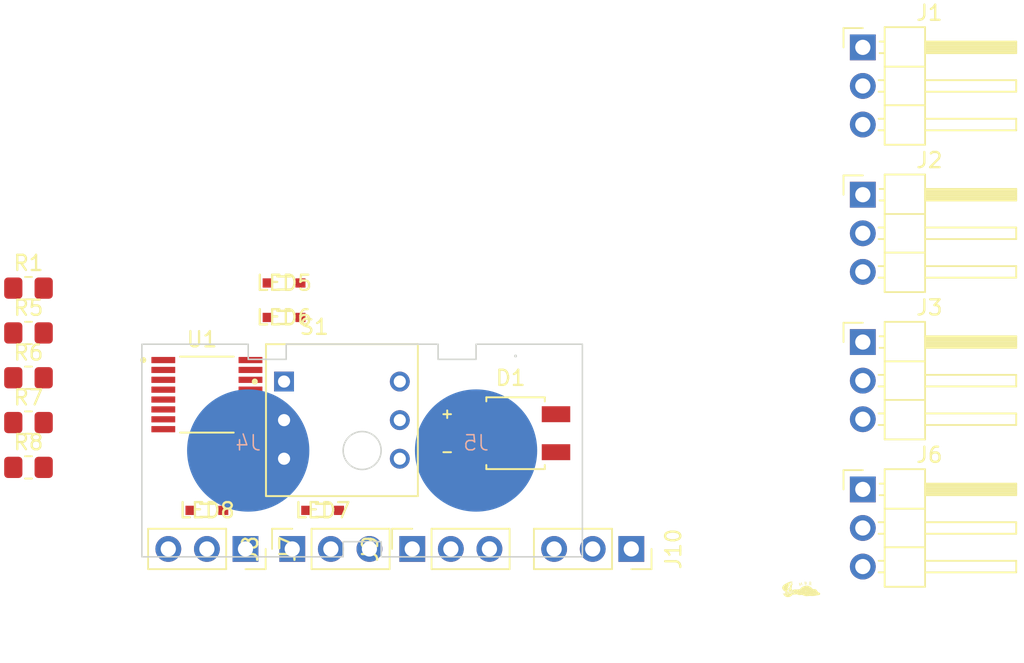
<source format=kicad_pcb>
(kicad_pcb (version 20221018) (generator pcbnew)
  (layers (0 "F.Cu" signal) (31 "B.Cu" signal) (34 "B.Paste" user) (35 "F.Paste" user) (36 "B.SilkS" user "B.Silkscreen") (37 "F.SilkS" user "F.Silkscreen") (38 "B.Mask" user) (39 "F.Mask" user) (44 "Edge.Cuts" user))
  (net 0 "")
  (net 1 "GND")
  (net 2 "VCC")
  (net 3 "Net-(J5-PWR)")
  (net 4 "Net-(J4-PWR)")
  (net 5 "/OUTPUT0")
  (net 6 "/OUTPUT1")
  (net 7 "/OUTPUT2")
  (net 8 "/OUTPUT3")
  (net 9 "Net-(LED5-Pad1)")
  (net 10 "Net-(LED6-Pad1)")
  (net 11 "Net-(LED7-Pad1)")
  (net 12 "Net-(LED8-Pad1)")
  (net 13 "/VCC_RES")
  (net 14 "/DEBOUNCE0")
  (net 15 "/DEBOUNCE2")
  (net 16 "/DEBOUNCE3")
  (net 18 "/DEBOUNCE1")
  (footprint "DigitalLogicFootprints:LED_LTST-S220GKT_LTO" (layer "F.Cu") (at 149.86 78.74)
    (fp_text reference "LED6" (at 0 0 unlocked) (layer "F.SilkS"))
    (fp_text value "LTST-S220GKT")
    (pad "1" smd rect (at -1.0795 0) (size 0.6604 0.6096) (layers "F.Cu" "F.Paste" "F.Mask") (net 10 "Net-(LED6-Pad1)"))
    (pad "2" smd rect (at 1.0795 0) (size 0.6604 0.6096) (layers "F.Cu" "F.Paste" "F.Mask") (net 6 "/OUTPUT1"))
  )
  (footprint "Resistor_SMD:R_0805_2012Metric_Pad1.20x1.40mm_HandSolder" (layer "F.Cu") (at 133.0351 76.81)
    (fp_text reference "R1" (at 0 -1.65) (layer "F.SilkS"))
    (fp_text value "10k")
    (pad "1" smd roundrect (at -1 0) (size 1.2 1.4) (layers "F.Cu" "F.Paste" "F.Mask") (roundrect_rratio 0.208333) (net 2 "VCC"))
    (pad "2" smd roundrect (at 1 0) (size 1.2 1.4) (layers "F.Cu" "F.Paste" "F.Mask") (roundrect_rratio 0.208333) (net 13 "/VCC_RES"))
  )
  (footprint "Connector_PinSocket_2.54mm:PinSocket_1x03_P2.54mm_Vertical" (layer "F.Cu") (at 150.4 93.98 90)
    (fp_text reference "J8" (at 0 -2.77 90) (layer "F.SilkS"))
    (fp_text value "Conn_01x03_Socket")
    (pad "1" thru_hole rect (at 0 0 90) (size 1.7 1.7) (drill 1) (layers "*.Cu" "*.Mask") (net 6 "/OUTPUT1"))
    (pad "2" thru_hole oval (at 0 2.54 90) (size 1.7 1.7) (drill 1) (layers "*.Cu" "*.Mask") (net 6 "/OUTPUT1"))
    (pad "3" thru_hole oval (at 0 5.08 90) (size 1.7 1.7) (drill 1) (layers "*.Cu" "*.Mask") (net 6 "/OUTPUT1"))
  )
  (footprint "Connector_PinHeader_2.54mm:PinHeader_1x03_P2.54mm_Horizontal" (layer "F.Cu") (at 187.96 90.06)
    (fp_text reference "J6" (at 4.385 -2.27) (layer "F.SilkS"))
    (fp_text value "Conn_01x03_Pin")
    (pad "1" thru_hole rect (at 0 0) (size 1.7 1.7) (drill 1) (layers "*.Cu" "*.Mask") (net 13 "/VCC_RES"))
    (pad "2" thru_hole oval (at 0 2.54) (size 1.7 1.7) (drill 1) (layers "*.Cu" "*.Mask") (net 16 "/DEBOUNCE3"))
    (pad "3" thru_hole oval (at 0 5.08) (size 1.7 1.7) (drill 1) (layers "*.Cu" "*.Mask") (net 1 "GND"))
  )
  (footprint "DigitalLogicFootprints:SW_RDS-16S-1045-D" (layer "F.Cu") (at 153.67 85.5)
    (fp_text reference "S1" (at -1.825 -6.135) (layer "F.SilkS"))
    (fp_text value "RDS-16S-1045-D")
    (pad "1" thru_hole rect (at -3.81 -2.54) (size 1.308 1.308) (drill 0.8) (layers "*.Cu" "*.Mask") (net 14 "/DEBOUNCE0"))
    (pad "2" thru_hole circle (at 3.81 2.54) (size 1.308 1.308) (drill 0.8) (layers "*.Cu" "*.Mask") (net 18 "/DEBOUNCE1"))
    (pad "4" thru_hole circle (at -3.81 2.54) (size 1.308 1.308) (drill 0.8) (layers "*.Cu" "*.Mask") (net 15 "/DEBOUNCE2"))
    (pad "8" thru_hole circle (at 3.81 -2.54) (size 1.308 1.308) (drill 0.8) (layers "*.Cu" "*.Mask") (net 16 "/DEBOUNCE3"))
    (pad "C_1" thru_hole circle (at -3.81 0) (size 1.308 1.308) (drill 0.8) (layers "*.Cu" "*.Mask") (net 13 "/VCC_RES"))
    (pad "C_2" thru_hole circle (at 3.81 0) (size 1.308 1.308) (drill 0.8) (layers "*.Cu" "*.Mask"))
  )
  (footprint "Connector_PinHeader_2.54mm:PinHeader_1x03_P2.54mm_Horizontal" (layer "F.Cu") (at 187.96 70.66)
    (fp_text reference "J2" (at 4.385 -2.27) (layer "F.SilkS"))
    (fp_text value "Conn_01x03_Pin")
    (pad "1" thru_hole rect (at 0 0) (size 1.7 1.7) (drill 1) (layers "*.Cu" "*.Mask") (net 13 "/VCC_RES"))
    (pad "2" thru_hole oval (at 0 2.54) (size 1.7 1.7) (drill 1) (layers "*.Cu" "*.Mask") (net 18 "/DEBOUNCE1"))
    (pad "3" thru_hole oval (at 0 5.08) (size 1.7 1.7) (drill 1) (layers "*.Cu" "*.Mask") (net 1 "GND"))
  )
  (footprint "Connector_PinSocket_2.54mm:PinSocket_1x03_P2.54mm_Vertical" (layer "F.Cu") (at 158.3 93.98 90)
    (fp_text reference "J9" (at 0 -2.77 90) (layer "F.SilkS"))
    (fp_text value "Conn_01x03_Socket")
    (pad "1" thru_hole rect (at 0 0 90) (size 1.7 1.7) (drill 1) (layers "*.Cu" "*.Mask") (net 7 "/OUTPUT2"))
    (pad "2" thru_hole oval (at 0 2.54 90) (size 1.7 1.7) (drill 1) (layers "*.Cu" "*.Mask") (net 7 "/OUTPUT2"))
    (pad "3" thru_hole oval (at 0 5.08 90) (size 1.7 1.7) (drill 1) (layers "*.Cu" "*.Mask") (net 7 "/OUTPUT2"))
  )
  (footprint "DigitalLogicFootprints:LED_LTST-S220GKT_LTO" (layer "F.Cu") (at 149.86 76.47)
    (fp_text reference "LED5" (at 0 0 unlocked) (layer "F.SilkS"))
    (fp_text value "LTST-S220GKT")
    (pad "1" smd rect (at -1.0795 0) (size 0.6604 0.6096) (layers "F.Cu" "F.Paste" "F.Mask") (net 9 "Net-(LED5-Pad1)"))
    (pad "2" smd rect (at 1.0795 0) (size 0.6604 0.6096) (layers "F.Cu" "F.Paste" "F.Mask") (net 5 "/OUTPUT0"))
  )
  (footprint "Connector_PinSocket_2.54mm:PinSocket_1x03_P2.54mm_Vertical" (layer "F.Cu") (at 147.32 93.98 -90)
    (fp_text reference "J7" (at 0 -2.77 90) (layer "F.SilkS"))
    (fp_text value "Conn_01x03_Socket")
    (pad "1" thru_hole rect (at 0 0 270) (size 1.7 1.7) (drill 1) (layers "*.Cu" "*.Mask") (net 5 "/OUTPUT0"))
    (pad "2" thru_hole oval (at 0 2.54 270) (size 1.7 1.7) (drill 1) (layers "*.Cu" "*.Mask") (net 5 "/OUTPUT0"))
    (pad "3" thru_hole oval (at 0 5.08 270) (size 1.7 1.7) (drill 1) (layers "*.Cu" "*.Mask") (net 5 "/OUTPUT0"))
  )
  (footprint "DigitalLogicFootprints:LED_LTST-S220GKT_LTO" (layer "F.Cu") (at 152.4 91.44)
    (fp_text reference "LED7" (at 0 0 unlocked) (layer "F.SilkS"))
    (fp_text value "LTST-S220GKT")
    (pad "1" smd rect (at -1.0795 0) (size 0.6604 0.6096) (layers "F.Cu" "F.Paste" "F.Mask") (net 11 "Net-(LED7-Pad1)"))
    (pad "2" smd rect (at 1.0795 0) (size 0.6604 0.6096) (layers "F.Cu" "F.Paste" "F.Mask") (net 7 "/OUTPUT2"))
  )
  (footprint "DigitalLogicFootprints:LED_LTST-S220GKT_LTO" (layer "F.Cu") (at 144.78 91.44)
    (fp_text reference "LED8" (at 0 0 unlocked) (layer "F.SilkS"))
    (fp_text value "LTST-S220GKT")
    (pad "1" smd rect (at -1.0795 0) (size 0.6604 0.6096) (layers "F.Cu" "F.Paste" "F.Mask") (net 12 "Net-(LED8-Pad1)"))
    (pad "2" smd rect (at 1.0795 0) (size 0.6604 0.6096) (layers "F.Cu" "F.Paste" "F.Mask") (net 8 "/OUTPUT3"))
  )
  (footprint "DigitalLogicFootprints:DIOB_MB10F-13" (layer "F.Cu") (at 165.1 86.36)
    (fp_text reference "D1" (at -0.325 -3.635) (layer "F.SilkS"))
    (fp_text value locked "MB10F-13")
    (pad "1" smd rect (at -2.6625 -1.25) (size 1.875 1.05) (layers "F.Cu" "F.Paste" "F.Mask") (net 2 "VCC"))
    (pad "2" smd rect (at 2.6625 -1.25 180) (size 1.875 1.05) (layers "F.Cu" "F.Paste" "F.Mask") (net 3 "Net-(J5-PWR)"))
    (pad "3" smd rect (at -2.6625 1.25) (size 1.875 1.05) (layers "F.Cu" "F.Paste" "F.Mask") (net 1 "GND"))
    (pad "4" smd rect (at 2.6625 1.25 180) (size 1.875 1.05) (layers "F.Cu" "F.Paste" "F.Mask") (net 4 "Net-(J4-PWR)"))
  )
  (footprint "DigitalLogicFootprints:SOP65P640X120-16N" (layer "F.Cu") (at 144.78 83.82)
    (fp_text reference "U1" (at -0.325 -3.635) (layer "F.SilkS"))
    (fp_text value "CD4043BPWR")
    (pad "1" smd roundrect (at -2.87 -2.275) (size 1.57 0.41) (layers "F.Cu" "F.Paste" "F.Mask") (roundrect_rratio 0.05) (net 8 "/OUTPUT3"))
    (pad "2" smd roundrect (at -2.87 -1.625) (size 1.57 0.41) (layers "F.Cu" "F.Paste" "F.Mask") (roundrect_rratio 0.05) (net 5 "/OUTPUT0"))
    (pad "3" smd roundrect (at -2.87 -0.975) (size 1.57 0.41) (layers "F.Cu" "F.Paste" "F.Mask") (roundrect_rratio 0.05) (net 1 "GND"))
    (pad "4" smd roundrect (at -2.87 -0.325) (size 1.57 0.41) (layers "F.Cu" "F.Paste" "F.Mask") (roundrect_rratio 0.05) (net 14 "/DEBOUNCE0"))
    (pad "5" smd roundrect (at -2.87 0.325) (size 1.57 0.41) (layers "F.Cu" "F.Paste" "F.Mask") (roundrect_rratio 0.05) (net 2 "VCC"))
    (pad "6" smd roundrect (at -2.87 0.975) (size 1.57 0.41) (layers "F.Cu" "F.Paste" "F.Mask") (roundrect_rratio 0.05) (net 18 "/DEBOUNCE1"))
    (pad "7" smd roundrect (at -2.87 1.625) (size 1.57 0.41) (layers "F.Cu" "F.Paste" "F.Mask") (roundrect_rratio 0.05) (net 1 "GND"))
    (pad "8" smd roundrect (at -2.87 2.275) (size 1.57 0.41) (layers "F.Cu" "F.Paste" "F.Mask") (roundrect_rratio 0.05) (net 1 "GND"))
    (pad "9" smd roundrect (at 2.87 2.275) (size 1.57 0.41) (layers "F.Cu" "F.Paste" "F.Mask") (roundrect_rratio 0.05) (net 6 "/OUTPUT1"))
    (pad "10" smd roundrect (at 2.87 1.625) (size 1.57 0.41) (layers "F.Cu" "F.Paste" "F.Mask") (roundrect_rratio 0.05) (net 7 "/OUTPUT2"))
    (pad "11" smd roundrect (at 2.87 0.975) (size 1.57 0.41) (layers "F.Cu" "F.Paste" "F.Mask") (roundrect_rratio 0.05) (net 1 "GND"))
    (pad "12" smd roundrect (at 2.87 0.325) (size 1.57 0.41) (layers "F.Cu" "F.Paste" "F.Mask") (roundrect_rratio 0.05) (net 15 "/DEBOUNCE2"))
    (pad "13" smd roundrect (at 2.87 -0.325) (size 1.57 0.41) (layers "F.Cu" "F.Paste" "F.Mask") (roundrect_rratio 0.05))
    (pad "14" smd roundrect (at 2.87 -0.975) (size 1.57 0.41) (layers "F.Cu" "F.Paste" "F.Mask") (roundrect_rratio 0.05) (net 16 "/DEBOUNCE3"))
    (pad "15" smd roundrect (at 2.87 -1.625) (size 1.57 0.41) (layers "F.Cu" "F.Paste" "F.Mask") (roundrect_rratio 0.05) (net 1 "GND"))
    (pad "16" smd roundrect (at 2.87 -2.275) (size 1.57 0.41) (layers "F.Cu" "F.Paste" "F.Mask") (roundrect_rratio 0.05) (net 2 "VCC"))
  )
  (footprint "DigitalLogicFootprints:HBBLogo" (layer "F.Cu") (at 184.075 96.685)
    (fp_text reference "G***" hide)
    (fp_text value "LOGO" hide)
  )
  (footprint "Connector_PinHeader_2.54mm:PinHeader_1x03_P2.54mm_Horizontal" (layer "F.Cu") (at 187.96 60.96)
    (fp_text reference "J1" (at 4.385 -2.27) (layer "F.SilkS"))
    (fp_text value "Conn_01x03_Pin")
    (pad "1" thru_hole rect (at 0 0) (size 1.7 1.7) (drill 1) (layers "*.Cu" "*.Mask") (net 13 "/VCC_RES"))
    (pad "2" thru_hole oval (at 0 2.54) (size 1.7 1.7) (drill 1) (layers "*.Cu" "*.Mask") (net 14 "/DEBOUNCE0"))
    (pad "3" thru_hole oval (at 0 5.08) (size 1.7 1.7) (drill 1) (layers "*.Cu" "*.Mask") (net 1 "GND"))
  )
  (footprint "Connector_PinSocket_2.54mm:PinSocket_1x03_P2.54mm_Vertical" (layer "F.Cu") (at 172.72 93.98 -90)
    (fp_text reference "J10" (at 0 -2.77 90) (layer "F.SilkS"))
    (fp_text value "Conn_01x03_Socket")
    (pad "1" thru_hole rect (at 0 0 270) (size 1.7 1.7) (drill 1) (layers "*.Cu" "*.Mask") (net 8 "/OUTPUT3"))
    (pad "2" thru_hole oval (at 0 2.54 270) (size 1.7 1.7) (drill 1) (layers "*.Cu" "*.Mask") (net 8 "/OUTPUT3"))
    (pad "3" thru_hole oval (at 0 5.08 270) (size 1.7 1.7) (drill 1) (layers "*.Cu" "*.Mask") (net 8 "/OUTPUT3"))
  )
  (footprint "Resistor_SMD:R_0805_2012Metric_Pad1.20x1.40mm_HandSolder" (layer "F.Cu") (at 133.0351 79.76)
    (fp_text reference "R5" (at 0 -1.65) (layer "F.SilkS"))
    (fp_text value "4k")
    (pad "1" smd roundrect (at -1 0) (size 1.2 1.4) (layers "F.Cu" "F.Paste" "F.Mask") (roundrect_rratio 0.208333) (net 9 "Net-(LED5-Pad1)"))
    (pad "2" smd roundrect (at 1 0) (size 1.2 1.4) (layers "F.Cu" "F.Paste" "F.Mask") (roundrect_rratio 0.208333) (net 1 "GND"))
  )
  (footprint "Resistor_SMD:R_0805_2012Metric_Pad1.20x1.40mm_HandSolder" (layer "F.Cu") (at 133.0351 82.71)
    (fp_text reference "R6" (at 0 -1.65) (layer "F.SilkS"))
    (fp_text value "4k")
    (pad "1" smd roundrect (at -1 0) (size 1.2 1.4) (layers "F.Cu" "F.Paste" "F.Mask") (roundrect_rratio 0.208333) (net 10 "Net-(LED6-Pad1)"))
    (pad "2" smd roundrect (at 1 0) (size 1.2 1.4) (layers "F.Cu" "F.Paste" "F.Mask") (roundrect_rratio 0.208333) (net 1 "GND"))
  )
  (footprint "Resistor_SMD:R_0805_2012Metric_Pad1.20x1.40mm_HandSolder" (layer "F.Cu") (at 133.0351 85.66)
    (fp_text reference "R7" (at 0 -1.65) (layer "F.SilkS"))
    (fp_text value "4k")
    (pad "1" smd roundrect (at -1 0) (size 1.2 1.4) (layers "F.Cu" "F.Paste" "F.Mask") (roundrect_rratio 0.208333) (net 11 "Net-(LED7-Pad1)"))
    (pad "2" smd roundrect (at 1 0) (size 1.2 1.4) (layers "F.Cu" "F.Paste" "F.Mask") (roundrect_rratio 0.208333) (net 1 "GND"))
  )
  (footprint "Resistor_SMD:R_0805_2012Metric_Pad1.20x1.40mm_HandSolder" (layer "F.Cu") (at 133.0351 88.61)
    (fp_text reference "R8" (at 0 -1.65) (layer "F.SilkS"))
    (fp_text value "4k")
    (pad "1" smd roundrect (at -1 0) (size 1.2 1.4) (layers "F.Cu" "F.Paste" "F.Mask") (roundrect_rratio 0.208333) (net 12 "Net-(LED8-Pad1)"))
    (pad "2" smd roundrect (at 1 0) (size 1.2 1.4) (layers "F.Cu" "F.Paste" "F.Mask") (roundrect_rratio 0.208333) (net 1 "GND"))
  )
  (footprint "Connector_PinHeader_2.54mm:PinHeader_1x03_P2.54mm_Horizontal" (layer "F.Cu") (at 187.96 80.36)
    (fp_text reference "J3" (at 4.385 -2.27) (layer "F.SilkS"))
    (fp_text value "Conn_01x03_Pin")
    (pad "1" thru_hole rect (at 0 0) (size 1.7 1.7) (drill 1) (layers "*.Cu" "*.Mask") (net 13 "/VCC_RES"))
    (pad "2" thru_hole oval (at 0 2.54) (size 1.7 1.7) (drill 1) (layers "*.Cu" "*.Mask") (net 15 "/DEBOUNCE2"))
    (pad "3" thru_hole oval (at 0 5.08) (size 1.7 1.7) (drill 1) (layers "*.Cu" "*.Mask") (net 1 "GND"))
  )
  (footprint "DigitalLogicFootprints:8mm-snap" (layer "B.Cu") (at 147.5 87.5 180)
    (fp_text reference "J4" (at 0 0.5 unlocked) (layer "B.SilkS") (effects (font (thickness 0.1)) (justify mirror)))
    (fp_text value "~")
    (pad "1" smd circle locked (at 0 0 180) (size 8.05 8.05) (layers "B.Cu" "B.Paste" "B.Mask") (net 4 "Net-(J4-PWR)"))
  )
  (footprint "DigitalLogicFootprints:8mm-snap" (layer "B.Cu") (at 162.5 87.5 180)
    (fp_text reference "J5" (at 0 0.5 unlocked) (layer "B.SilkS") (effects (font (thickness 0.1)) (justify mirror)))
    (fp_text value "~")
    (pad "1" smd circle locked (at 0 0 180) (size 8.05 8.05) (layers "B.Cu" "B.Paste" "B.Mask") (net 3 "Net-(J5-PWR)"))
  )
  (gr_poly (pts (xy 169.5 80.5) (xy 162.5 80.5) (xy 162.5 81.5) (xy 160 81.5) (xy 160 80.5) (xy 150 80.5) (xy 150 81.5) (xy 147.5 81.5) (xy 147.5 80.5) (xy 140.5 80.5) (xy 140.5 94.5) (xy 153.75 94.5) (xy 153.75 93.5) (xy 156.25 93.5) (xy 156.25 94.5) (xy 169.5 94.5)) (stroke (width 0.1)) (fill none) (layer "Edge.Cuts"))
  (gr_circle (center 165.1 81.28) (end 165.1 81.28) (stroke (width 0.1)) (fill none) (layer "Edge.Cuts"))
  (gr_circle (center 155 87.5) (end 156.25 87.5) (stroke (width 0.1)) (fill none) (layer "Edge.Cuts"))
)
</source>
